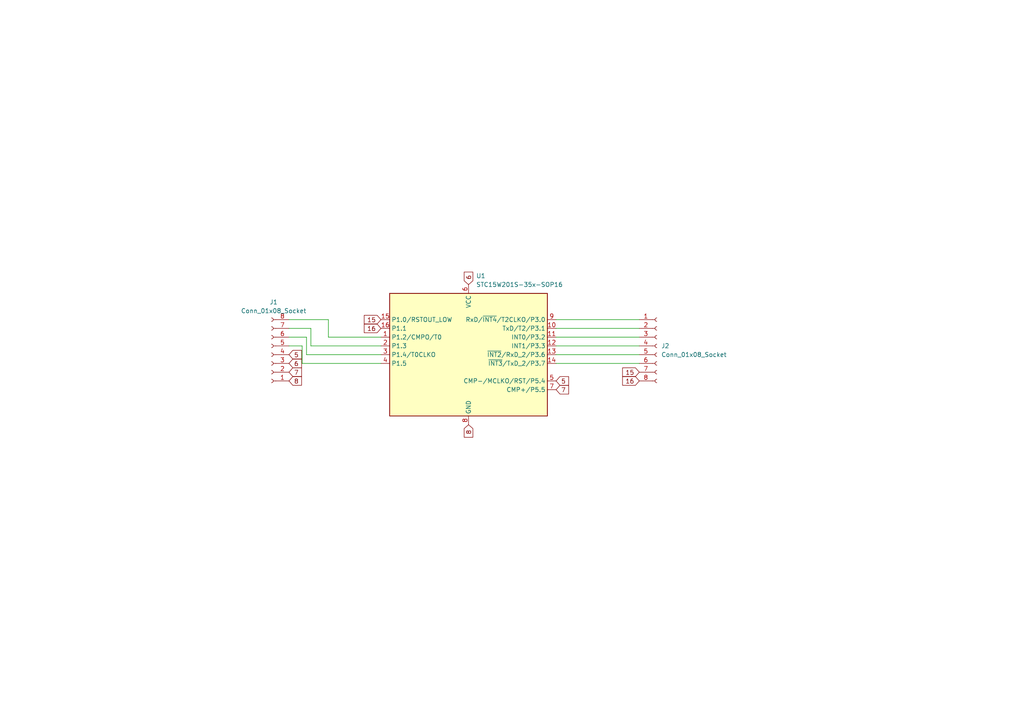
<source format=kicad_sch>
(kicad_sch (version 20230121) (generator eeschema)
  (paper "A4")
  (lib_symbols
    (symbol "Connector:Conn_01x08_Socket" (pin_names (offset 1.016) hide)
      (property "Reference" "J" (at 0 10.16 0))
      (property "Value" "Conn_01x08_Socket" (at 0 -12.7 0))
      (symbol "Conn_01x08_Socket_1_1"
        (arc (start 0 -9.652) (mid -0.5058 -10.16) (end 0 -10.668) (stroke (width 0.1524)))
        (arc (start 0 -7.112) (mid -0.5058 -7.62) (end 0 -8.128) (stroke (width 0.1524)))
        (arc (start 0 -4.572) (mid -0.5058 -5.08) (end 0 -5.588) (stroke (width 0.1524)))
        (arc (start 0 -2.032) (mid -0.5058 -2.54) (end 0 -3.048) (stroke (width 0.1524)))
        (polyline (pts (xy -1.27 -10.16) (xy -0.508 -10.16)) (stroke (width 0.1524)))
        (polyline (pts (xy -1.27 -7.62) (xy -0.508 -7.62)) (stroke (width 0.1524)))
        (polyline (pts (xy -1.27 -5.08) (xy -0.508 -5.08)) (stroke (width 0.1524)))
        (polyline (pts (xy -1.27 -2.54) (xy -0.508 -2.54)) (stroke (width 0.1524)))
        (polyline (pts (xy -1.27 0) (xy -0.508 0)) (stroke (width 0.1524)))
        (polyline (pts (xy -1.27 2.54) (xy -0.508 2.54)) (stroke (width 0.1524)))
        (polyline (pts (xy -1.27 5.08) (xy -0.508 5.08)) (stroke (width 0.1524)))
        (polyline (pts (xy -1.27 7.62) (xy -0.508 7.62)) (stroke (width 0.1524)))
        (arc (start 0 0.508) (mid -0.5058 0) (end 0 -0.508) (stroke (width 0.1524)))
        (arc (start 0 3.048) (mid -0.5058 2.54) (end 0 2.032) (stroke (width 0.1524)))
        (arc (start 0 5.588) (mid -0.5058 5.08) (end 0 4.572) (stroke (width 0.1524)))
        (arc (start 0 8.128) (mid -0.5058 7.62) (end 0 7.112) (stroke (width 0.1524)))
        (pin passive line (at -5.08 7.62 0) (length 3.81) (name "Pin_1") (number "1"))
        (pin passive line (at -5.08 5.08 0) (length 3.81) (name "Pin_2") (number "2"))
        (pin passive line (at -5.08 2.54 0) (length 3.81) (name "Pin_3") (number "3"))
        (pin passive line (at -5.08 0 0) (length 3.81) (name "Pin_4") (number "4"))
        (pin passive line (at -5.08 -2.54 0) (length 3.81) (name "Pin_5") (number "5"))
        (pin passive line (at -5.08 -5.08 0) (length 3.81) (name "Pin_6") (number "6"))
        (pin passive line (at -5.08 -7.62 0) (length 3.81) (name "Pin_7") (number "7"))
        (pin passive line (at -5.08 -10.16 0) (length 3.81) (name "Pin_8") (number "8"))
      )
    )
    (symbol "MCU_STC:STC15W201S-35x-SOP16"
      (property "Reference" "U" (at -22.86 19.05 0))
      (property "Value" "STC15W201S-35x-SOP16" (at 1.27 19.05 0))
      (symbol "STC15W201S-35x-SOP16_0_1"
        (rectangle (start -22.86 17.78) (end 22.86 -17.78) (stroke (width 0.254)) (fill (type background)))
      )
      (symbol "STC15W201S-35x-SOP16_1_1"
        (pin bidirectional line (at -25.4 5.08 0) (length 2.54) (name "P1.2/CMPO/T0") (number "1"))
        (pin bidirectional line (at 25.4 7.62 180) (length 2.54) (name "TxD/T2/P3.1") (number "10"))
        (pin bidirectional line (at 25.4 5.08 180) (length 2.54) (name "INT0/P3.2") (number "11"))
        (pin bidirectional line (at 25.4 2.54 180) (length 2.54) (name "INT1/P3.3") (number "12"))
        (pin bidirectional line (at 25.4 0 180) (length 2.54) (name "~{INT2}/RxD_2/P3.6") (number "13"))
        (pin bidirectional line (at 25.4 -2.54 180) (length 2.54) (name "~{INT3}/TxD_2/P3.7") (number "14"))
        (pin bidirectional line (at -25.4 10.16 0) (length 2.54) (name "P1.0/RSTOUT_LOW") (number "15"))
        (pin bidirectional line (at -25.4 7.62 0) (length 2.54) (name "P1.1") (number "16"))
        (pin bidirectional line (at -25.4 2.54 0) (length 2.54) (name "P1.3") (number "2"))
        (pin bidirectional line (at -25.4 0 0) (length 2.54) (name "P1.4/T0CLKO") (number "3"))
        (pin bidirectional line (at -25.4 -2.54 0) (length 2.54) (name "P1.5") (number "4"))
        (pin bidirectional line (at 25.4 -7.62 180) (length 2.54) (name "CMP-/MCLKO/RST/P5.4") (number "5"))
        (pin power_in line (at 0 20.32 270) (length 2.54) (name "VCC") (number "6"))
        (pin bidirectional line (at 25.4 -10.16 180) (length 2.54) (name "CMP+/P5.5") (number "7"))
        (pin power_in line (at 0 -20.32 90) (length 2.54) (name "GND") (number "8"))
        (pin bidirectional line (at 25.4 10.16 180) (length 2.54) (name "RxD/~{INT4}/T2CLKO/P3.0") (number "9"))
      )
    )
  )
  (wire (pts (xy 110.49 100.33) (xy 90.17 100.33)))
  (wire (pts (xy 88.9 102.87) (xy 88.9 97.79)))
  (wire (pts (xy 90.17 100.33) (xy 90.17 95.25)))
  (wire (pts (xy 161.29 95.25) (xy 185.42 95.25)))
  (wire (pts (xy 161.29 97.79) (xy 185.42 97.79)))
  (wire (pts (xy 90.17 95.25) (xy 83.82 95.25)))
  (wire (pts (xy 161.29 102.87) (xy 185.42 102.87)))
  (wire (pts (xy 87.63 105.41) (xy 87.63 100.33)))
  (wire (pts (xy 161.29 100.33) (xy 185.42 100.33)))
  (wire (pts (xy 95.25 97.79) (xy 95.25 92.71)))
  (wire (pts (xy 110.49 105.41) (xy 87.63 105.41)))
  (wire (pts (xy 161.29 105.41) (xy 185.42 105.41)))
  (wire (pts (xy 95.25 92.71) (xy 83.82 92.71)))
  (wire (pts (xy 110.49 97.79) (xy 95.25 97.79)))
  (wire (pts (xy 161.29 92.71) (xy 185.42 92.71)))
  (wire (pts (xy 88.9 97.79) (xy 83.82 97.79)))
  (wire (pts (xy 110.49 102.87) (xy 88.9 102.87)))
  (wire (pts (xy 83.82 100.33) (xy 87.63 100.33)))
  (global_label "16" (shape input) (at 110.49 95.25 180) (property "Intersheetrefs" "${INTERSHEET_REFS}" (effects hide)))
  (global_label "5" (shape input) (at 161.29 110.49 0) (property "Intersheetrefs" "${INTERSHEET_REFS}" (effects hide)))
  (global_label "15" (shape input) (at 185.42 107.95 180) (property "Intersheetrefs" "${INTERSHEET_REFS}" (effects hide)))
  (global_label "7" (shape input) (at 83.82 107.95 0) (property "Intersheetrefs" "${INTERSHEET_REFS}" (effects hide)))
  (global_label "7" (shape input) (at 161.29 113.03 0) (property "Intersheetrefs" "${INTERSHEET_REFS}" (effects hide)))
  (global_label "16" (shape input) (at 185.42 110.49 180) (property "Intersheetrefs" "${INTERSHEET_REFS}" (effects hide)))
  (global_label "8" (shape input) (at 83.82 110.49 0) (property "Intersheetrefs" "${INTERSHEET_REFS}" (effects hide)))
  (global_label "6" (shape input) (at 83.82 105.41 0) (property "Intersheetrefs" "${INTERSHEET_REFS}" (effects hide)))
  (global_label "15" (shape input) (at 110.49 92.71 180) (property "Intersheetrefs" "${INTERSHEET_REFS}" (effects hide)))
  (global_label "6" (shape input) (at 135.89 82.55 90) (property "Intersheetrefs" "${INTERSHEET_REFS}" (effects hide)))
  (global_label "8" (shape input) (at 135.89 123.19 270) (property "Intersheetrefs" "${INTERSHEET_REFS}" (effects hide)))
  (global_label "5" (shape input) (at 83.82 102.87 0) (property "Intersheetrefs" "${INTERSHEET_REFS}" (effects hide)))
  (symbol (lib_id "MCU_STC:STC15W201S-35x-SOP16") (at 135.89 102.87 0) (unit 1)
    (property "Reference" "U1" (at 138.0841 80.01 0) (effects (justify left)))
    (property "Value" "STC15W201S-35x-SOP16" (at 138.0841 82.55 0) (effects (justify left)))
    (property "Footprint" "Package_SO:STC_SOP-16_3.9x9.9mm_P1.27mm" (effects hide))
    (property "Datasheet" "www.stcmicro.com/datasheet/STC15F2K60S2-en.pdf" (effects hide))
  )
  (symbol (lib_id "Connector:Conn_01x08_Socket") (at 190.5 100.33 0) (unit 1)
    (property "Reference" "J2" (at 191.77 100.33 0) (effects (justify left)))
    (property "Value" "Conn_01x08_Socket" (at 191.77 102.87 0) (effects (justify left)))
    (property "Footprint" "Connector_PinSocket_2.54mm:PinSocket_1x08_P2.54mm_Vertical" (effects hide))
  )
  (symbol (lib_id "Connector:Conn_01x08_Socket") (at 78.74 102.87 180) (unit 1)
    (property "Reference" "J1" (at 79.375 87.63 0))
    (property "Value" "Conn_01x08_Socket" (at 79.375 90.17 0))
    (property "Footprint" "Connector_PinSocket_2.54mm:PinSocket_1x08_P2.54mm_Vertical" (effects hide))
  )
)
</source>
